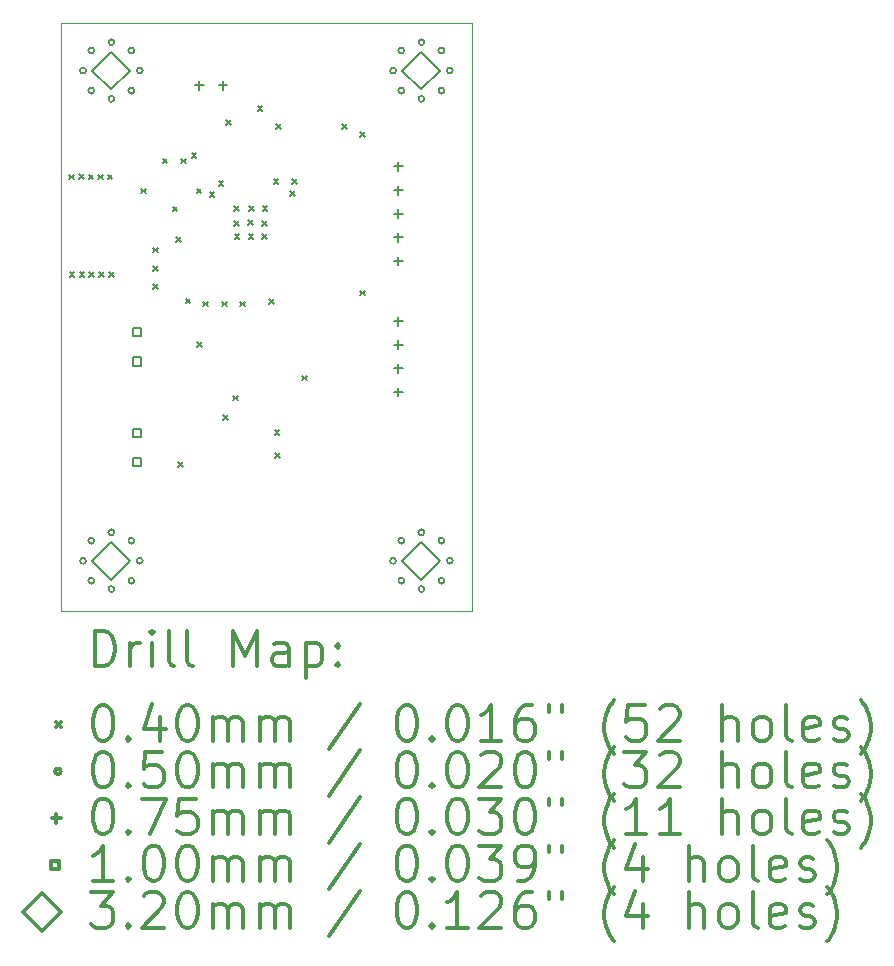
<source format=gbr>
%FSLAX45Y45*%
G04 Gerber Fmt 4.5, Leading zero omitted, Abs format (unit mm)*
G04 Created by KiCad (PCBNEW (5.1.4)-1) date 2022-02-20 14:51:22*
%MOMM*%
%LPD*%
G04 APERTURE LIST*
%ADD10C,0.050000*%
%ADD11C,0.200000*%
%ADD12C,0.300000*%
G04 APERTURE END LIST*
D10*
X14225000Y-12225000D02*
X14225000Y-12975000D01*
X10750000Y-12975000D02*
X10750000Y-12225000D01*
X10750000Y-12975000D02*
X14225000Y-12975000D01*
X14225000Y-8000000D02*
X10750000Y-8000000D01*
X14225000Y-12225000D02*
X14225000Y-8000000D01*
X10750000Y-8075000D02*
X10750000Y-8000000D01*
X10750000Y-10300000D02*
X10750000Y-8075000D01*
X10750000Y-12225000D02*
X10750000Y-10300000D01*
D11*
X10819000Y-9280000D02*
X10859000Y-9320000D01*
X10859000Y-9280000D02*
X10819000Y-9320000D01*
X10823000Y-10106000D02*
X10863000Y-10146000D01*
X10863000Y-10106000D02*
X10823000Y-10146000D01*
X10901000Y-9279000D02*
X10941000Y-9319000D01*
X10941000Y-9279000D02*
X10901000Y-9319000D01*
X10906000Y-10105000D02*
X10946000Y-10145000D01*
X10946000Y-10105000D02*
X10906000Y-10145000D01*
X10982000Y-9280000D02*
X11022000Y-9320000D01*
X11022000Y-9280000D02*
X10982000Y-9320000D01*
X10988000Y-10106000D02*
X11028000Y-10146000D01*
X11028000Y-10106000D02*
X10988000Y-10146000D01*
X11063000Y-9280000D02*
X11103000Y-9320000D01*
X11103000Y-9280000D02*
X11063000Y-9320000D01*
X11071000Y-10105000D02*
X11111000Y-10145000D01*
X11111000Y-10105000D02*
X11071000Y-10145000D01*
X11144000Y-9280000D02*
X11184000Y-9320000D01*
X11184000Y-9280000D02*
X11144000Y-9320000D01*
X11154000Y-10106000D02*
X11194000Y-10146000D01*
X11194000Y-10106000D02*
X11154000Y-10146000D01*
X11429000Y-9400000D02*
X11469000Y-9440000D01*
X11469000Y-9400000D02*
X11429000Y-9440000D01*
X11530000Y-9899000D02*
X11570000Y-9939000D01*
X11570000Y-9899000D02*
X11530000Y-9939000D01*
X11530000Y-10057000D02*
X11570000Y-10097000D01*
X11570000Y-10057000D02*
X11530000Y-10097000D01*
X11530000Y-10211000D02*
X11570000Y-10251000D01*
X11570000Y-10211000D02*
X11530000Y-10251000D01*
X11610000Y-9146000D02*
X11650000Y-9186000D01*
X11650000Y-9146000D02*
X11610000Y-9186000D01*
X11694000Y-9551000D02*
X11734000Y-9591000D01*
X11734000Y-9551000D02*
X11694000Y-9591000D01*
X11723000Y-9809000D02*
X11763000Y-9849000D01*
X11763000Y-9809000D02*
X11723000Y-9849000D01*
X11741000Y-11718000D02*
X11781000Y-11758000D01*
X11781000Y-11718000D02*
X11741000Y-11758000D01*
X11763000Y-9146000D02*
X11803000Y-9186000D01*
X11803000Y-9146000D02*
X11763000Y-9186000D01*
X11803000Y-10332000D02*
X11843000Y-10372000D01*
X11843000Y-10332000D02*
X11803000Y-10372000D01*
X11855366Y-9100070D02*
X11895366Y-9140070D01*
X11895366Y-9100070D02*
X11855366Y-9140070D01*
X11896540Y-9400460D02*
X11936540Y-9440460D01*
X11936540Y-9400460D02*
X11896540Y-9440460D01*
X11904000Y-10701000D02*
X11944000Y-10741000D01*
X11944000Y-10701000D02*
X11904000Y-10741000D01*
X11954000Y-10357000D02*
X11994000Y-10397000D01*
X11994000Y-10357000D02*
X11954000Y-10397000D01*
X12006305Y-9426334D02*
X12046305Y-9466334D01*
X12046305Y-9426334D02*
X12006305Y-9466334D01*
X12084515Y-9334485D02*
X12124515Y-9374485D01*
X12124515Y-9334485D02*
X12084515Y-9374485D01*
X12110000Y-10357000D02*
X12150000Y-10397000D01*
X12150000Y-10357000D02*
X12110000Y-10397000D01*
X12123000Y-11315000D02*
X12163000Y-11355000D01*
X12163000Y-11315000D02*
X12123000Y-11355000D01*
X12144000Y-8819000D02*
X12184000Y-8859000D01*
X12184000Y-8819000D02*
X12144000Y-8859000D01*
X12206000Y-11152000D02*
X12246000Y-11192000D01*
X12246000Y-11152000D02*
X12206000Y-11192000D01*
X12214000Y-9548000D02*
X12254000Y-9588000D01*
X12254000Y-9548000D02*
X12214000Y-9588000D01*
X12216000Y-9674000D02*
X12256000Y-9714000D01*
X12256000Y-9674000D02*
X12216000Y-9714000D01*
X12218000Y-9787000D02*
X12258000Y-9827000D01*
X12258000Y-9787000D02*
X12218000Y-9827000D01*
X12268000Y-10357000D02*
X12308000Y-10397000D01*
X12308000Y-10357000D02*
X12268000Y-10397000D01*
X12334000Y-9669000D02*
X12374000Y-9709000D01*
X12374000Y-9669000D02*
X12334000Y-9709000D01*
X12337000Y-9786000D02*
X12377000Y-9826000D01*
X12377000Y-9786000D02*
X12337000Y-9826000D01*
X12340000Y-9549000D02*
X12380000Y-9589000D01*
X12380000Y-9549000D02*
X12340000Y-9589000D01*
X12414000Y-8700000D02*
X12454000Y-8740000D01*
X12454000Y-8700000D02*
X12414000Y-8740000D01*
X12451000Y-9786000D02*
X12491000Y-9826000D01*
X12491000Y-9786000D02*
X12451000Y-9826000D01*
X12452000Y-9672000D02*
X12492000Y-9712000D01*
X12492000Y-9672000D02*
X12452000Y-9712000D01*
X12455000Y-9546000D02*
X12495000Y-9586000D01*
X12495000Y-9546000D02*
X12455000Y-9586000D01*
X12509000Y-10334000D02*
X12549000Y-10374000D01*
X12549000Y-10334000D02*
X12509000Y-10374000D01*
X12550000Y-9322000D02*
X12590000Y-9362000D01*
X12590000Y-9322000D02*
X12550000Y-9362000D01*
X12558000Y-11447000D02*
X12598000Y-11487000D01*
X12598000Y-11447000D02*
X12558000Y-11487000D01*
X12559000Y-11637000D02*
X12599000Y-11677000D01*
X12599000Y-11637000D02*
X12559000Y-11677000D01*
X12568000Y-8856000D02*
X12608000Y-8896000D01*
X12608000Y-8856000D02*
X12568000Y-8896000D01*
X12687000Y-9421240D02*
X12727000Y-9461240D01*
X12727000Y-9421240D02*
X12687000Y-9461240D01*
X12707000Y-9321000D02*
X12747000Y-9361000D01*
X12747000Y-9321000D02*
X12707000Y-9361000D01*
X12788000Y-10984000D02*
X12828000Y-11024000D01*
X12828000Y-10984000D02*
X12788000Y-11024000D01*
X13131000Y-8856000D02*
X13171000Y-8896000D01*
X13171000Y-8856000D02*
X13131000Y-8896000D01*
X13281000Y-10263000D02*
X13321000Y-10303000D01*
X13321000Y-10263000D02*
X13281000Y-10303000D01*
X13283000Y-8920000D02*
X13323000Y-8960000D01*
X13323000Y-8920000D02*
X13283000Y-8960000D01*
X13585000Y-12550000D02*
G75*
G03X13585000Y-12550000I-25000J0D01*
G01*
X13655294Y-12380294D02*
G75*
G03X13655294Y-12380294I-25000J0D01*
G01*
X13655294Y-12719706D02*
G75*
G03X13655294Y-12719706I-25000J0D01*
G01*
X13825000Y-12310000D02*
G75*
G03X13825000Y-12310000I-25000J0D01*
G01*
X13825000Y-12790000D02*
G75*
G03X13825000Y-12790000I-25000J0D01*
G01*
X13994706Y-12380294D02*
G75*
G03X13994706Y-12380294I-25000J0D01*
G01*
X13994706Y-12719706D02*
G75*
G03X13994706Y-12719706I-25000J0D01*
G01*
X14065000Y-12550000D02*
G75*
G03X14065000Y-12550000I-25000J0D01*
G01*
X10960000Y-8400000D02*
G75*
G03X10960000Y-8400000I-25000J0D01*
G01*
X11030294Y-8230294D02*
G75*
G03X11030294Y-8230294I-25000J0D01*
G01*
X11030294Y-8569706D02*
G75*
G03X11030294Y-8569706I-25000J0D01*
G01*
X11200000Y-8160000D02*
G75*
G03X11200000Y-8160000I-25000J0D01*
G01*
X11200000Y-8640000D02*
G75*
G03X11200000Y-8640000I-25000J0D01*
G01*
X11369706Y-8230294D02*
G75*
G03X11369706Y-8230294I-25000J0D01*
G01*
X11369706Y-8569706D02*
G75*
G03X11369706Y-8569706I-25000J0D01*
G01*
X11440000Y-8400000D02*
G75*
G03X11440000Y-8400000I-25000J0D01*
G01*
X13585000Y-8400000D02*
G75*
G03X13585000Y-8400000I-25000J0D01*
G01*
X13655294Y-8230294D02*
G75*
G03X13655294Y-8230294I-25000J0D01*
G01*
X13655294Y-8569706D02*
G75*
G03X13655294Y-8569706I-25000J0D01*
G01*
X13825000Y-8160000D02*
G75*
G03X13825000Y-8160000I-25000J0D01*
G01*
X13825000Y-8640000D02*
G75*
G03X13825000Y-8640000I-25000J0D01*
G01*
X13994706Y-8230294D02*
G75*
G03X13994706Y-8230294I-25000J0D01*
G01*
X13994706Y-8569706D02*
G75*
G03X13994706Y-8569706I-25000J0D01*
G01*
X14065000Y-8400000D02*
G75*
G03X14065000Y-8400000I-25000J0D01*
G01*
X10960000Y-12550000D02*
G75*
G03X10960000Y-12550000I-25000J0D01*
G01*
X11030294Y-12380294D02*
G75*
G03X11030294Y-12380294I-25000J0D01*
G01*
X11030294Y-12719706D02*
G75*
G03X11030294Y-12719706I-25000J0D01*
G01*
X11200000Y-12310000D02*
G75*
G03X11200000Y-12310000I-25000J0D01*
G01*
X11200000Y-12790000D02*
G75*
G03X11200000Y-12790000I-25000J0D01*
G01*
X11369706Y-12380294D02*
G75*
G03X11369706Y-12380294I-25000J0D01*
G01*
X11369706Y-12719706D02*
G75*
G03X11369706Y-12719706I-25000J0D01*
G01*
X11440000Y-12550000D02*
G75*
G03X11440000Y-12550000I-25000J0D01*
G01*
X13605000Y-9174500D02*
X13605000Y-9249500D01*
X13567500Y-9212000D02*
X13642500Y-9212000D01*
X13605000Y-9374500D02*
X13605000Y-9449500D01*
X13567500Y-9412000D02*
X13642500Y-9412000D01*
X13605000Y-9574500D02*
X13605000Y-9649500D01*
X13567500Y-9612000D02*
X13642500Y-9612000D01*
X13605000Y-9774500D02*
X13605000Y-9849500D01*
X13567500Y-9812000D02*
X13642500Y-9812000D01*
X13605000Y-9974500D02*
X13605000Y-10049500D01*
X13567500Y-10012000D02*
X13642500Y-10012000D01*
X13604000Y-10483500D02*
X13604000Y-10558500D01*
X13566500Y-10521000D02*
X13641500Y-10521000D01*
X13604000Y-10683500D02*
X13604000Y-10758500D01*
X13566500Y-10721000D02*
X13641500Y-10721000D01*
X13604000Y-10883500D02*
X13604000Y-10958500D01*
X13566500Y-10921000D02*
X13641500Y-10921000D01*
X13604000Y-11083500D02*
X13604000Y-11158500D01*
X13566500Y-11121000D02*
X13641500Y-11121000D01*
X11920000Y-8487500D02*
X11920000Y-8562500D01*
X11882500Y-8525000D02*
X11957500Y-8525000D01*
X12120000Y-8487500D02*
X12120000Y-8562500D01*
X12082500Y-8525000D02*
X12157500Y-8525000D01*
X11429356Y-10648356D02*
X11429356Y-10577644D01*
X11358644Y-10577644D01*
X11358644Y-10648356D01*
X11429356Y-10648356D01*
X11429356Y-10898356D02*
X11429356Y-10827644D01*
X11358644Y-10827644D01*
X11358644Y-10898356D01*
X11429356Y-10898356D01*
X11428356Y-11501356D02*
X11428356Y-11430644D01*
X11357644Y-11430644D01*
X11357644Y-11501356D01*
X11428356Y-11501356D01*
X11428356Y-11751356D02*
X11428356Y-11680644D01*
X11357644Y-11680644D01*
X11357644Y-11751356D01*
X11428356Y-11751356D01*
X13800000Y-12710000D02*
X13960000Y-12550000D01*
X13800000Y-12390000D01*
X13640000Y-12550000D01*
X13800000Y-12710000D01*
X11175000Y-8560000D02*
X11335000Y-8400000D01*
X11175000Y-8240000D01*
X11015000Y-8400000D01*
X11175000Y-8560000D01*
X13800000Y-8560000D02*
X13960000Y-8400000D01*
X13800000Y-8240000D01*
X13640000Y-8400000D01*
X13800000Y-8560000D01*
X11175000Y-12710000D02*
X11335000Y-12550000D01*
X11175000Y-12390000D01*
X11015000Y-12550000D01*
X11175000Y-12710000D01*
D12*
X11033928Y-13443214D02*
X11033928Y-13143214D01*
X11105357Y-13143214D01*
X11148214Y-13157500D01*
X11176786Y-13186071D01*
X11191071Y-13214643D01*
X11205357Y-13271786D01*
X11205357Y-13314643D01*
X11191071Y-13371786D01*
X11176786Y-13400357D01*
X11148214Y-13428929D01*
X11105357Y-13443214D01*
X11033928Y-13443214D01*
X11333928Y-13443214D02*
X11333928Y-13243214D01*
X11333928Y-13300357D02*
X11348214Y-13271786D01*
X11362500Y-13257500D01*
X11391071Y-13243214D01*
X11419643Y-13243214D01*
X11519643Y-13443214D02*
X11519643Y-13243214D01*
X11519643Y-13143214D02*
X11505357Y-13157500D01*
X11519643Y-13171786D01*
X11533928Y-13157500D01*
X11519643Y-13143214D01*
X11519643Y-13171786D01*
X11705357Y-13443214D02*
X11676786Y-13428929D01*
X11662500Y-13400357D01*
X11662500Y-13143214D01*
X11862500Y-13443214D02*
X11833928Y-13428929D01*
X11819643Y-13400357D01*
X11819643Y-13143214D01*
X12205357Y-13443214D02*
X12205357Y-13143214D01*
X12305357Y-13357500D01*
X12405357Y-13143214D01*
X12405357Y-13443214D01*
X12676786Y-13443214D02*
X12676786Y-13286071D01*
X12662500Y-13257500D01*
X12633928Y-13243214D01*
X12576786Y-13243214D01*
X12548214Y-13257500D01*
X12676786Y-13428929D02*
X12648214Y-13443214D01*
X12576786Y-13443214D01*
X12548214Y-13428929D01*
X12533928Y-13400357D01*
X12533928Y-13371786D01*
X12548214Y-13343214D01*
X12576786Y-13328929D01*
X12648214Y-13328929D01*
X12676786Y-13314643D01*
X12819643Y-13243214D02*
X12819643Y-13543214D01*
X12819643Y-13257500D02*
X12848214Y-13243214D01*
X12905357Y-13243214D01*
X12933928Y-13257500D01*
X12948214Y-13271786D01*
X12962500Y-13300357D01*
X12962500Y-13386071D01*
X12948214Y-13414643D01*
X12933928Y-13428929D01*
X12905357Y-13443214D01*
X12848214Y-13443214D01*
X12819643Y-13428929D01*
X13091071Y-13414643D02*
X13105357Y-13428929D01*
X13091071Y-13443214D01*
X13076786Y-13428929D01*
X13091071Y-13414643D01*
X13091071Y-13443214D01*
X13091071Y-13257500D02*
X13105357Y-13271786D01*
X13091071Y-13286071D01*
X13076786Y-13271786D01*
X13091071Y-13257500D01*
X13091071Y-13286071D01*
X10707500Y-13917500D02*
X10747500Y-13957500D01*
X10747500Y-13917500D02*
X10707500Y-13957500D01*
X11091071Y-13773214D02*
X11119643Y-13773214D01*
X11148214Y-13787500D01*
X11162500Y-13801786D01*
X11176786Y-13830357D01*
X11191071Y-13887500D01*
X11191071Y-13958929D01*
X11176786Y-14016071D01*
X11162500Y-14044643D01*
X11148214Y-14058929D01*
X11119643Y-14073214D01*
X11091071Y-14073214D01*
X11062500Y-14058929D01*
X11048214Y-14044643D01*
X11033928Y-14016071D01*
X11019643Y-13958929D01*
X11019643Y-13887500D01*
X11033928Y-13830357D01*
X11048214Y-13801786D01*
X11062500Y-13787500D01*
X11091071Y-13773214D01*
X11319643Y-14044643D02*
X11333928Y-14058929D01*
X11319643Y-14073214D01*
X11305357Y-14058929D01*
X11319643Y-14044643D01*
X11319643Y-14073214D01*
X11591071Y-13873214D02*
X11591071Y-14073214D01*
X11519643Y-13758929D02*
X11448214Y-13973214D01*
X11633928Y-13973214D01*
X11805357Y-13773214D02*
X11833928Y-13773214D01*
X11862500Y-13787500D01*
X11876786Y-13801786D01*
X11891071Y-13830357D01*
X11905357Y-13887500D01*
X11905357Y-13958929D01*
X11891071Y-14016071D01*
X11876786Y-14044643D01*
X11862500Y-14058929D01*
X11833928Y-14073214D01*
X11805357Y-14073214D01*
X11776786Y-14058929D01*
X11762500Y-14044643D01*
X11748214Y-14016071D01*
X11733928Y-13958929D01*
X11733928Y-13887500D01*
X11748214Y-13830357D01*
X11762500Y-13801786D01*
X11776786Y-13787500D01*
X11805357Y-13773214D01*
X12033928Y-14073214D02*
X12033928Y-13873214D01*
X12033928Y-13901786D02*
X12048214Y-13887500D01*
X12076786Y-13873214D01*
X12119643Y-13873214D01*
X12148214Y-13887500D01*
X12162500Y-13916071D01*
X12162500Y-14073214D01*
X12162500Y-13916071D02*
X12176786Y-13887500D01*
X12205357Y-13873214D01*
X12248214Y-13873214D01*
X12276786Y-13887500D01*
X12291071Y-13916071D01*
X12291071Y-14073214D01*
X12433928Y-14073214D02*
X12433928Y-13873214D01*
X12433928Y-13901786D02*
X12448214Y-13887500D01*
X12476786Y-13873214D01*
X12519643Y-13873214D01*
X12548214Y-13887500D01*
X12562500Y-13916071D01*
X12562500Y-14073214D01*
X12562500Y-13916071D02*
X12576786Y-13887500D01*
X12605357Y-13873214D01*
X12648214Y-13873214D01*
X12676786Y-13887500D01*
X12691071Y-13916071D01*
X12691071Y-14073214D01*
X13276786Y-13758929D02*
X13019643Y-14144643D01*
X13662500Y-13773214D02*
X13691071Y-13773214D01*
X13719643Y-13787500D01*
X13733928Y-13801786D01*
X13748214Y-13830357D01*
X13762500Y-13887500D01*
X13762500Y-13958929D01*
X13748214Y-14016071D01*
X13733928Y-14044643D01*
X13719643Y-14058929D01*
X13691071Y-14073214D01*
X13662500Y-14073214D01*
X13633928Y-14058929D01*
X13619643Y-14044643D01*
X13605357Y-14016071D01*
X13591071Y-13958929D01*
X13591071Y-13887500D01*
X13605357Y-13830357D01*
X13619643Y-13801786D01*
X13633928Y-13787500D01*
X13662500Y-13773214D01*
X13891071Y-14044643D02*
X13905357Y-14058929D01*
X13891071Y-14073214D01*
X13876786Y-14058929D01*
X13891071Y-14044643D01*
X13891071Y-14073214D01*
X14091071Y-13773214D02*
X14119643Y-13773214D01*
X14148214Y-13787500D01*
X14162500Y-13801786D01*
X14176786Y-13830357D01*
X14191071Y-13887500D01*
X14191071Y-13958929D01*
X14176786Y-14016071D01*
X14162500Y-14044643D01*
X14148214Y-14058929D01*
X14119643Y-14073214D01*
X14091071Y-14073214D01*
X14062500Y-14058929D01*
X14048214Y-14044643D01*
X14033928Y-14016071D01*
X14019643Y-13958929D01*
X14019643Y-13887500D01*
X14033928Y-13830357D01*
X14048214Y-13801786D01*
X14062500Y-13787500D01*
X14091071Y-13773214D01*
X14476786Y-14073214D02*
X14305357Y-14073214D01*
X14391071Y-14073214D02*
X14391071Y-13773214D01*
X14362500Y-13816071D01*
X14333928Y-13844643D01*
X14305357Y-13858929D01*
X14733928Y-13773214D02*
X14676786Y-13773214D01*
X14648214Y-13787500D01*
X14633928Y-13801786D01*
X14605357Y-13844643D01*
X14591071Y-13901786D01*
X14591071Y-14016071D01*
X14605357Y-14044643D01*
X14619643Y-14058929D01*
X14648214Y-14073214D01*
X14705357Y-14073214D01*
X14733928Y-14058929D01*
X14748214Y-14044643D01*
X14762500Y-14016071D01*
X14762500Y-13944643D01*
X14748214Y-13916071D01*
X14733928Y-13901786D01*
X14705357Y-13887500D01*
X14648214Y-13887500D01*
X14619643Y-13901786D01*
X14605357Y-13916071D01*
X14591071Y-13944643D01*
X14876786Y-13773214D02*
X14876786Y-13830357D01*
X14991071Y-13773214D02*
X14991071Y-13830357D01*
X15433928Y-14187500D02*
X15419643Y-14173214D01*
X15391071Y-14130357D01*
X15376786Y-14101786D01*
X15362500Y-14058929D01*
X15348214Y-13987500D01*
X15348214Y-13930357D01*
X15362500Y-13858929D01*
X15376786Y-13816071D01*
X15391071Y-13787500D01*
X15419643Y-13744643D01*
X15433928Y-13730357D01*
X15691071Y-13773214D02*
X15548214Y-13773214D01*
X15533928Y-13916071D01*
X15548214Y-13901786D01*
X15576786Y-13887500D01*
X15648214Y-13887500D01*
X15676786Y-13901786D01*
X15691071Y-13916071D01*
X15705357Y-13944643D01*
X15705357Y-14016071D01*
X15691071Y-14044643D01*
X15676786Y-14058929D01*
X15648214Y-14073214D01*
X15576786Y-14073214D01*
X15548214Y-14058929D01*
X15533928Y-14044643D01*
X15819643Y-13801786D02*
X15833928Y-13787500D01*
X15862500Y-13773214D01*
X15933928Y-13773214D01*
X15962500Y-13787500D01*
X15976786Y-13801786D01*
X15991071Y-13830357D01*
X15991071Y-13858929D01*
X15976786Y-13901786D01*
X15805357Y-14073214D01*
X15991071Y-14073214D01*
X16348214Y-14073214D02*
X16348214Y-13773214D01*
X16476786Y-14073214D02*
X16476786Y-13916071D01*
X16462500Y-13887500D01*
X16433928Y-13873214D01*
X16391071Y-13873214D01*
X16362500Y-13887500D01*
X16348214Y-13901786D01*
X16662500Y-14073214D02*
X16633928Y-14058929D01*
X16619643Y-14044643D01*
X16605357Y-14016071D01*
X16605357Y-13930357D01*
X16619643Y-13901786D01*
X16633928Y-13887500D01*
X16662500Y-13873214D01*
X16705357Y-13873214D01*
X16733928Y-13887500D01*
X16748214Y-13901786D01*
X16762500Y-13930357D01*
X16762500Y-14016071D01*
X16748214Y-14044643D01*
X16733928Y-14058929D01*
X16705357Y-14073214D01*
X16662500Y-14073214D01*
X16933928Y-14073214D02*
X16905357Y-14058929D01*
X16891071Y-14030357D01*
X16891071Y-13773214D01*
X17162500Y-14058929D02*
X17133928Y-14073214D01*
X17076786Y-14073214D01*
X17048214Y-14058929D01*
X17033928Y-14030357D01*
X17033928Y-13916071D01*
X17048214Y-13887500D01*
X17076786Y-13873214D01*
X17133928Y-13873214D01*
X17162500Y-13887500D01*
X17176786Y-13916071D01*
X17176786Y-13944643D01*
X17033928Y-13973214D01*
X17291071Y-14058929D02*
X17319643Y-14073214D01*
X17376786Y-14073214D01*
X17405357Y-14058929D01*
X17419643Y-14030357D01*
X17419643Y-14016071D01*
X17405357Y-13987500D01*
X17376786Y-13973214D01*
X17333928Y-13973214D01*
X17305357Y-13958929D01*
X17291071Y-13930357D01*
X17291071Y-13916071D01*
X17305357Y-13887500D01*
X17333928Y-13873214D01*
X17376786Y-13873214D01*
X17405357Y-13887500D01*
X17519643Y-14187500D02*
X17533928Y-14173214D01*
X17562500Y-14130357D01*
X17576786Y-14101786D01*
X17591071Y-14058929D01*
X17605357Y-13987500D01*
X17605357Y-13930357D01*
X17591071Y-13858929D01*
X17576786Y-13816071D01*
X17562500Y-13787500D01*
X17533928Y-13744643D01*
X17519643Y-13730357D01*
X10747500Y-14333500D02*
G75*
G03X10747500Y-14333500I-25000J0D01*
G01*
X11091071Y-14169214D02*
X11119643Y-14169214D01*
X11148214Y-14183500D01*
X11162500Y-14197786D01*
X11176786Y-14226357D01*
X11191071Y-14283500D01*
X11191071Y-14354929D01*
X11176786Y-14412071D01*
X11162500Y-14440643D01*
X11148214Y-14454929D01*
X11119643Y-14469214D01*
X11091071Y-14469214D01*
X11062500Y-14454929D01*
X11048214Y-14440643D01*
X11033928Y-14412071D01*
X11019643Y-14354929D01*
X11019643Y-14283500D01*
X11033928Y-14226357D01*
X11048214Y-14197786D01*
X11062500Y-14183500D01*
X11091071Y-14169214D01*
X11319643Y-14440643D02*
X11333928Y-14454929D01*
X11319643Y-14469214D01*
X11305357Y-14454929D01*
X11319643Y-14440643D01*
X11319643Y-14469214D01*
X11605357Y-14169214D02*
X11462500Y-14169214D01*
X11448214Y-14312071D01*
X11462500Y-14297786D01*
X11491071Y-14283500D01*
X11562500Y-14283500D01*
X11591071Y-14297786D01*
X11605357Y-14312071D01*
X11619643Y-14340643D01*
X11619643Y-14412071D01*
X11605357Y-14440643D01*
X11591071Y-14454929D01*
X11562500Y-14469214D01*
X11491071Y-14469214D01*
X11462500Y-14454929D01*
X11448214Y-14440643D01*
X11805357Y-14169214D02*
X11833928Y-14169214D01*
X11862500Y-14183500D01*
X11876786Y-14197786D01*
X11891071Y-14226357D01*
X11905357Y-14283500D01*
X11905357Y-14354929D01*
X11891071Y-14412071D01*
X11876786Y-14440643D01*
X11862500Y-14454929D01*
X11833928Y-14469214D01*
X11805357Y-14469214D01*
X11776786Y-14454929D01*
X11762500Y-14440643D01*
X11748214Y-14412071D01*
X11733928Y-14354929D01*
X11733928Y-14283500D01*
X11748214Y-14226357D01*
X11762500Y-14197786D01*
X11776786Y-14183500D01*
X11805357Y-14169214D01*
X12033928Y-14469214D02*
X12033928Y-14269214D01*
X12033928Y-14297786D02*
X12048214Y-14283500D01*
X12076786Y-14269214D01*
X12119643Y-14269214D01*
X12148214Y-14283500D01*
X12162500Y-14312071D01*
X12162500Y-14469214D01*
X12162500Y-14312071D02*
X12176786Y-14283500D01*
X12205357Y-14269214D01*
X12248214Y-14269214D01*
X12276786Y-14283500D01*
X12291071Y-14312071D01*
X12291071Y-14469214D01*
X12433928Y-14469214D02*
X12433928Y-14269214D01*
X12433928Y-14297786D02*
X12448214Y-14283500D01*
X12476786Y-14269214D01*
X12519643Y-14269214D01*
X12548214Y-14283500D01*
X12562500Y-14312071D01*
X12562500Y-14469214D01*
X12562500Y-14312071D02*
X12576786Y-14283500D01*
X12605357Y-14269214D01*
X12648214Y-14269214D01*
X12676786Y-14283500D01*
X12691071Y-14312071D01*
X12691071Y-14469214D01*
X13276786Y-14154929D02*
X13019643Y-14540643D01*
X13662500Y-14169214D02*
X13691071Y-14169214D01*
X13719643Y-14183500D01*
X13733928Y-14197786D01*
X13748214Y-14226357D01*
X13762500Y-14283500D01*
X13762500Y-14354929D01*
X13748214Y-14412071D01*
X13733928Y-14440643D01*
X13719643Y-14454929D01*
X13691071Y-14469214D01*
X13662500Y-14469214D01*
X13633928Y-14454929D01*
X13619643Y-14440643D01*
X13605357Y-14412071D01*
X13591071Y-14354929D01*
X13591071Y-14283500D01*
X13605357Y-14226357D01*
X13619643Y-14197786D01*
X13633928Y-14183500D01*
X13662500Y-14169214D01*
X13891071Y-14440643D02*
X13905357Y-14454929D01*
X13891071Y-14469214D01*
X13876786Y-14454929D01*
X13891071Y-14440643D01*
X13891071Y-14469214D01*
X14091071Y-14169214D02*
X14119643Y-14169214D01*
X14148214Y-14183500D01*
X14162500Y-14197786D01*
X14176786Y-14226357D01*
X14191071Y-14283500D01*
X14191071Y-14354929D01*
X14176786Y-14412071D01*
X14162500Y-14440643D01*
X14148214Y-14454929D01*
X14119643Y-14469214D01*
X14091071Y-14469214D01*
X14062500Y-14454929D01*
X14048214Y-14440643D01*
X14033928Y-14412071D01*
X14019643Y-14354929D01*
X14019643Y-14283500D01*
X14033928Y-14226357D01*
X14048214Y-14197786D01*
X14062500Y-14183500D01*
X14091071Y-14169214D01*
X14305357Y-14197786D02*
X14319643Y-14183500D01*
X14348214Y-14169214D01*
X14419643Y-14169214D01*
X14448214Y-14183500D01*
X14462500Y-14197786D01*
X14476786Y-14226357D01*
X14476786Y-14254929D01*
X14462500Y-14297786D01*
X14291071Y-14469214D01*
X14476786Y-14469214D01*
X14662500Y-14169214D02*
X14691071Y-14169214D01*
X14719643Y-14183500D01*
X14733928Y-14197786D01*
X14748214Y-14226357D01*
X14762500Y-14283500D01*
X14762500Y-14354929D01*
X14748214Y-14412071D01*
X14733928Y-14440643D01*
X14719643Y-14454929D01*
X14691071Y-14469214D01*
X14662500Y-14469214D01*
X14633928Y-14454929D01*
X14619643Y-14440643D01*
X14605357Y-14412071D01*
X14591071Y-14354929D01*
X14591071Y-14283500D01*
X14605357Y-14226357D01*
X14619643Y-14197786D01*
X14633928Y-14183500D01*
X14662500Y-14169214D01*
X14876786Y-14169214D02*
X14876786Y-14226357D01*
X14991071Y-14169214D02*
X14991071Y-14226357D01*
X15433928Y-14583500D02*
X15419643Y-14569214D01*
X15391071Y-14526357D01*
X15376786Y-14497786D01*
X15362500Y-14454929D01*
X15348214Y-14383500D01*
X15348214Y-14326357D01*
X15362500Y-14254929D01*
X15376786Y-14212071D01*
X15391071Y-14183500D01*
X15419643Y-14140643D01*
X15433928Y-14126357D01*
X15519643Y-14169214D02*
X15705357Y-14169214D01*
X15605357Y-14283500D01*
X15648214Y-14283500D01*
X15676786Y-14297786D01*
X15691071Y-14312071D01*
X15705357Y-14340643D01*
X15705357Y-14412071D01*
X15691071Y-14440643D01*
X15676786Y-14454929D01*
X15648214Y-14469214D01*
X15562500Y-14469214D01*
X15533928Y-14454929D01*
X15519643Y-14440643D01*
X15819643Y-14197786D02*
X15833928Y-14183500D01*
X15862500Y-14169214D01*
X15933928Y-14169214D01*
X15962500Y-14183500D01*
X15976786Y-14197786D01*
X15991071Y-14226357D01*
X15991071Y-14254929D01*
X15976786Y-14297786D01*
X15805357Y-14469214D01*
X15991071Y-14469214D01*
X16348214Y-14469214D02*
X16348214Y-14169214D01*
X16476786Y-14469214D02*
X16476786Y-14312071D01*
X16462500Y-14283500D01*
X16433928Y-14269214D01*
X16391071Y-14269214D01*
X16362500Y-14283500D01*
X16348214Y-14297786D01*
X16662500Y-14469214D02*
X16633928Y-14454929D01*
X16619643Y-14440643D01*
X16605357Y-14412071D01*
X16605357Y-14326357D01*
X16619643Y-14297786D01*
X16633928Y-14283500D01*
X16662500Y-14269214D01*
X16705357Y-14269214D01*
X16733928Y-14283500D01*
X16748214Y-14297786D01*
X16762500Y-14326357D01*
X16762500Y-14412071D01*
X16748214Y-14440643D01*
X16733928Y-14454929D01*
X16705357Y-14469214D01*
X16662500Y-14469214D01*
X16933928Y-14469214D02*
X16905357Y-14454929D01*
X16891071Y-14426357D01*
X16891071Y-14169214D01*
X17162500Y-14454929D02*
X17133928Y-14469214D01*
X17076786Y-14469214D01*
X17048214Y-14454929D01*
X17033928Y-14426357D01*
X17033928Y-14312071D01*
X17048214Y-14283500D01*
X17076786Y-14269214D01*
X17133928Y-14269214D01*
X17162500Y-14283500D01*
X17176786Y-14312071D01*
X17176786Y-14340643D01*
X17033928Y-14369214D01*
X17291071Y-14454929D02*
X17319643Y-14469214D01*
X17376786Y-14469214D01*
X17405357Y-14454929D01*
X17419643Y-14426357D01*
X17419643Y-14412071D01*
X17405357Y-14383500D01*
X17376786Y-14369214D01*
X17333928Y-14369214D01*
X17305357Y-14354929D01*
X17291071Y-14326357D01*
X17291071Y-14312071D01*
X17305357Y-14283500D01*
X17333928Y-14269214D01*
X17376786Y-14269214D01*
X17405357Y-14283500D01*
X17519643Y-14583500D02*
X17533928Y-14569214D01*
X17562500Y-14526357D01*
X17576786Y-14497786D01*
X17591071Y-14454929D01*
X17605357Y-14383500D01*
X17605357Y-14326357D01*
X17591071Y-14254929D01*
X17576786Y-14212071D01*
X17562500Y-14183500D01*
X17533928Y-14140643D01*
X17519643Y-14126357D01*
X10710000Y-14692000D02*
X10710000Y-14767000D01*
X10672500Y-14729500D02*
X10747500Y-14729500D01*
X11091071Y-14565214D02*
X11119643Y-14565214D01*
X11148214Y-14579500D01*
X11162500Y-14593786D01*
X11176786Y-14622357D01*
X11191071Y-14679500D01*
X11191071Y-14750929D01*
X11176786Y-14808071D01*
X11162500Y-14836643D01*
X11148214Y-14850929D01*
X11119643Y-14865214D01*
X11091071Y-14865214D01*
X11062500Y-14850929D01*
X11048214Y-14836643D01*
X11033928Y-14808071D01*
X11019643Y-14750929D01*
X11019643Y-14679500D01*
X11033928Y-14622357D01*
X11048214Y-14593786D01*
X11062500Y-14579500D01*
X11091071Y-14565214D01*
X11319643Y-14836643D02*
X11333928Y-14850929D01*
X11319643Y-14865214D01*
X11305357Y-14850929D01*
X11319643Y-14836643D01*
X11319643Y-14865214D01*
X11433928Y-14565214D02*
X11633928Y-14565214D01*
X11505357Y-14865214D01*
X11891071Y-14565214D02*
X11748214Y-14565214D01*
X11733928Y-14708071D01*
X11748214Y-14693786D01*
X11776786Y-14679500D01*
X11848214Y-14679500D01*
X11876786Y-14693786D01*
X11891071Y-14708071D01*
X11905357Y-14736643D01*
X11905357Y-14808071D01*
X11891071Y-14836643D01*
X11876786Y-14850929D01*
X11848214Y-14865214D01*
X11776786Y-14865214D01*
X11748214Y-14850929D01*
X11733928Y-14836643D01*
X12033928Y-14865214D02*
X12033928Y-14665214D01*
X12033928Y-14693786D02*
X12048214Y-14679500D01*
X12076786Y-14665214D01*
X12119643Y-14665214D01*
X12148214Y-14679500D01*
X12162500Y-14708071D01*
X12162500Y-14865214D01*
X12162500Y-14708071D02*
X12176786Y-14679500D01*
X12205357Y-14665214D01*
X12248214Y-14665214D01*
X12276786Y-14679500D01*
X12291071Y-14708071D01*
X12291071Y-14865214D01*
X12433928Y-14865214D02*
X12433928Y-14665214D01*
X12433928Y-14693786D02*
X12448214Y-14679500D01*
X12476786Y-14665214D01*
X12519643Y-14665214D01*
X12548214Y-14679500D01*
X12562500Y-14708071D01*
X12562500Y-14865214D01*
X12562500Y-14708071D02*
X12576786Y-14679500D01*
X12605357Y-14665214D01*
X12648214Y-14665214D01*
X12676786Y-14679500D01*
X12691071Y-14708071D01*
X12691071Y-14865214D01*
X13276786Y-14550929D02*
X13019643Y-14936643D01*
X13662500Y-14565214D02*
X13691071Y-14565214D01*
X13719643Y-14579500D01*
X13733928Y-14593786D01*
X13748214Y-14622357D01*
X13762500Y-14679500D01*
X13762500Y-14750929D01*
X13748214Y-14808071D01*
X13733928Y-14836643D01*
X13719643Y-14850929D01*
X13691071Y-14865214D01*
X13662500Y-14865214D01*
X13633928Y-14850929D01*
X13619643Y-14836643D01*
X13605357Y-14808071D01*
X13591071Y-14750929D01*
X13591071Y-14679500D01*
X13605357Y-14622357D01*
X13619643Y-14593786D01*
X13633928Y-14579500D01*
X13662500Y-14565214D01*
X13891071Y-14836643D02*
X13905357Y-14850929D01*
X13891071Y-14865214D01*
X13876786Y-14850929D01*
X13891071Y-14836643D01*
X13891071Y-14865214D01*
X14091071Y-14565214D02*
X14119643Y-14565214D01*
X14148214Y-14579500D01*
X14162500Y-14593786D01*
X14176786Y-14622357D01*
X14191071Y-14679500D01*
X14191071Y-14750929D01*
X14176786Y-14808071D01*
X14162500Y-14836643D01*
X14148214Y-14850929D01*
X14119643Y-14865214D01*
X14091071Y-14865214D01*
X14062500Y-14850929D01*
X14048214Y-14836643D01*
X14033928Y-14808071D01*
X14019643Y-14750929D01*
X14019643Y-14679500D01*
X14033928Y-14622357D01*
X14048214Y-14593786D01*
X14062500Y-14579500D01*
X14091071Y-14565214D01*
X14291071Y-14565214D02*
X14476786Y-14565214D01*
X14376786Y-14679500D01*
X14419643Y-14679500D01*
X14448214Y-14693786D01*
X14462500Y-14708071D01*
X14476786Y-14736643D01*
X14476786Y-14808071D01*
X14462500Y-14836643D01*
X14448214Y-14850929D01*
X14419643Y-14865214D01*
X14333928Y-14865214D01*
X14305357Y-14850929D01*
X14291071Y-14836643D01*
X14662500Y-14565214D02*
X14691071Y-14565214D01*
X14719643Y-14579500D01*
X14733928Y-14593786D01*
X14748214Y-14622357D01*
X14762500Y-14679500D01*
X14762500Y-14750929D01*
X14748214Y-14808071D01*
X14733928Y-14836643D01*
X14719643Y-14850929D01*
X14691071Y-14865214D01*
X14662500Y-14865214D01*
X14633928Y-14850929D01*
X14619643Y-14836643D01*
X14605357Y-14808071D01*
X14591071Y-14750929D01*
X14591071Y-14679500D01*
X14605357Y-14622357D01*
X14619643Y-14593786D01*
X14633928Y-14579500D01*
X14662500Y-14565214D01*
X14876786Y-14565214D02*
X14876786Y-14622357D01*
X14991071Y-14565214D02*
X14991071Y-14622357D01*
X15433928Y-14979500D02*
X15419643Y-14965214D01*
X15391071Y-14922357D01*
X15376786Y-14893786D01*
X15362500Y-14850929D01*
X15348214Y-14779500D01*
X15348214Y-14722357D01*
X15362500Y-14650929D01*
X15376786Y-14608071D01*
X15391071Y-14579500D01*
X15419643Y-14536643D01*
X15433928Y-14522357D01*
X15705357Y-14865214D02*
X15533928Y-14865214D01*
X15619643Y-14865214D02*
X15619643Y-14565214D01*
X15591071Y-14608071D01*
X15562500Y-14636643D01*
X15533928Y-14650929D01*
X15991071Y-14865214D02*
X15819643Y-14865214D01*
X15905357Y-14865214D02*
X15905357Y-14565214D01*
X15876786Y-14608071D01*
X15848214Y-14636643D01*
X15819643Y-14650929D01*
X16348214Y-14865214D02*
X16348214Y-14565214D01*
X16476786Y-14865214D02*
X16476786Y-14708071D01*
X16462500Y-14679500D01*
X16433928Y-14665214D01*
X16391071Y-14665214D01*
X16362500Y-14679500D01*
X16348214Y-14693786D01*
X16662500Y-14865214D02*
X16633928Y-14850929D01*
X16619643Y-14836643D01*
X16605357Y-14808071D01*
X16605357Y-14722357D01*
X16619643Y-14693786D01*
X16633928Y-14679500D01*
X16662500Y-14665214D01*
X16705357Y-14665214D01*
X16733928Y-14679500D01*
X16748214Y-14693786D01*
X16762500Y-14722357D01*
X16762500Y-14808071D01*
X16748214Y-14836643D01*
X16733928Y-14850929D01*
X16705357Y-14865214D01*
X16662500Y-14865214D01*
X16933928Y-14865214D02*
X16905357Y-14850929D01*
X16891071Y-14822357D01*
X16891071Y-14565214D01*
X17162500Y-14850929D02*
X17133928Y-14865214D01*
X17076786Y-14865214D01*
X17048214Y-14850929D01*
X17033928Y-14822357D01*
X17033928Y-14708071D01*
X17048214Y-14679500D01*
X17076786Y-14665214D01*
X17133928Y-14665214D01*
X17162500Y-14679500D01*
X17176786Y-14708071D01*
X17176786Y-14736643D01*
X17033928Y-14765214D01*
X17291071Y-14850929D02*
X17319643Y-14865214D01*
X17376786Y-14865214D01*
X17405357Y-14850929D01*
X17419643Y-14822357D01*
X17419643Y-14808071D01*
X17405357Y-14779500D01*
X17376786Y-14765214D01*
X17333928Y-14765214D01*
X17305357Y-14750929D01*
X17291071Y-14722357D01*
X17291071Y-14708071D01*
X17305357Y-14679500D01*
X17333928Y-14665214D01*
X17376786Y-14665214D01*
X17405357Y-14679500D01*
X17519643Y-14979500D02*
X17533928Y-14965214D01*
X17562500Y-14922357D01*
X17576786Y-14893786D01*
X17591071Y-14850929D01*
X17605357Y-14779500D01*
X17605357Y-14722357D01*
X17591071Y-14650929D01*
X17576786Y-14608071D01*
X17562500Y-14579500D01*
X17533928Y-14536643D01*
X17519643Y-14522357D01*
X10732856Y-15160856D02*
X10732856Y-15090144D01*
X10662144Y-15090144D01*
X10662144Y-15160856D01*
X10732856Y-15160856D01*
X11191071Y-15261214D02*
X11019643Y-15261214D01*
X11105357Y-15261214D02*
X11105357Y-14961214D01*
X11076786Y-15004071D01*
X11048214Y-15032643D01*
X11019643Y-15046929D01*
X11319643Y-15232643D02*
X11333928Y-15246929D01*
X11319643Y-15261214D01*
X11305357Y-15246929D01*
X11319643Y-15232643D01*
X11319643Y-15261214D01*
X11519643Y-14961214D02*
X11548214Y-14961214D01*
X11576786Y-14975500D01*
X11591071Y-14989786D01*
X11605357Y-15018357D01*
X11619643Y-15075500D01*
X11619643Y-15146929D01*
X11605357Y-15204071D01*
X11591071Y-15232643D01*
X11576786Y-15246929D01*
X11548214Y-15261214D01*
X11519643Y-15261214D01*
X11491071Y-15246929D01*
X11476786Y-15232643D01*
X11462500Y-15204071D01*
X11448214Y-15146929D01*
X11448214Y-15075500D01*
X11462500Y-15018357D01*
X11476786Y-14989786D01*
X11491071Y-14975500D01*
X11519643Y-14961214D01*
X11805357Y-14961214D02*
X11833928Y-14961214D01*
X11862500Y-14975500D01*
X11876786Y-14989786D01*
X11891071Y-15018357D01*
X11905357Y-15075500D01*
X11905357Y-15146929D01*
X11891071Y-15204071D01*
X11876786Y-15232643D01*
X11862500Y-15246929D01*
X11833928Y-15261214D01*
X11805357Y-15261214D01*
X11776786Y-15246929D01*
X11762500Y-15232643D01*
X11748214Y-15204071D01*
X11733928Y-15146929D01*
X11733928Y-15075500D01*
X11748214Y-15018357D01*
X11762500Y-14989786D01*
X11776786Y-14975500D01*
X11805357Y-14961214D01*
X12033928Y-15261214D02*
X12033928Y-15061214D01*
X12033928Y-15089786D02*
X12048214Y-15075500D01*
X12076786Y-15061214D01*
X12119643Y-15061214D01*
X12148214Y-15075500D01*
X12162500Y-15104071D01*
X12162500Y-15261214D01*
X12162500Y-15104071D02*
X12176786Y-15075500D01*
X12205357Y-15061214D01*
X12248214Y-15061214D01*
X12276786Y-15075500D01*
X12291071Y-15104071D01*
X12291071Y-15261214D01*
X12433928Y-15261214D02*
X12433928Y-15061214D01*
X12433928Y-15089786D02*
X12448214Y-15075500D01*
X12476786Y-15061214D01*
X12519643Y-15061214D01*
X12548214Y-15075500D01*
X12562500Y-15104071D01*
X12562500Y-15261214D01*
X12562500Y-15104071D02*
X12576786Y-15075500D01*
X12605357Y-15061214D01*
X12648214Y-15061214D01*
X12676786Y-15075500D01*
X12691071Y-15104071D01*
X12691071Y-15261214D01*
X13276786Y-14946929D02*
X13019643Y-15332643D01*
X13662500Y-14961214D02*
X13691071Y-14961214D01*
X13719643Y-14975500D01*
X13733928Y-14989786D01*
X13748214Y-15018357D01*
X13762500Y-15075500D01*
X13762500Y-15146929D01*
X13748214Y-15204071D01*
X13733928Y-15232643D01*
X13719643Y-15246929D01*
X13691071Y-15261214D01*
X13662500Y-15261214D01*
X13633928Y-15246929D01*
X13619643Y-15232643D01*
X13605357Y-15204071D01*
X13591071Y-15146929D01*
X13591071Y-15075500D01*
X13605357Y-15018357D01*
X13619643Y-14989786D01*
X13633928Y-14975500D01*
X13662500Y-14961214D01*
X13891071Y-15232643D02*
X13905357Y-15246929D01*
X13891071Y-15261214D01*
X13876786Y-15246929D01*
X13891071Y-15232643D01*
X13891071Y-15261214D01*
X14091071Y-14961214D02*
X14119643Y-14961214D01*
X14148214Y-14975500D01*
X14162500Y-14989786D01*
X14176786Y-15018357D01*
X14191071Y-15075500D01*
X14191071Y-15146929D01*
X14176786Y-15204071D01*
X14162500Y-15232643D01*
X14148214Y-15246929D01*
X14119643Y-15261214D01*
X14091071Y-15261214D01*
X14062500Y-15246929D01*
X14048214Y-15232643D01*
X14033928Y-15204071D01*
X14019643Y-15146929D01*
X14019643Y-15075500D01*
X14033928Y-15018357D01*
X14048214Y-14989786D01*
X14062500Y-14975500D01*
X14091071Y-14961214D01*
X14291071Y-14961214D02*
X14476786Y-14961214D01*
X14376786Y-15075500D01*
X14419643Y-15075500D01*
X14448214Y-15089786D01*
X14462500Y-15104071D01*
X14476786Y-15132643D01*
X14476786Y-15204071D01*
X14462500Y-15232643D01*
X14448214Y-15246929D01*
X14419643Y-15261214D01*
X14333928Y-15261214D01*
X14305357Y-15246929D01*
X14291071Y-15232643D01*
X14619643Y-15261214D02*
X14676786Y-15261214D01*
X14705357Y-15246929D01*
X14719643Y-15232643D01*
X14748214Y-15189786D01*
X14762500Y-15132643D01*
X14762500Y-15018357D01*
X14748214Y-14989786D01*
X14733928Y-14975500D01*
X14705357Y-14961214D01*
X14648214Y-14961214D01*
X14619643Y-14975500D01*
X14605357Y-14989786D01*
X14591071Y-15018357D01*
X14591071Y-15089786D01*
X14605357Y-15118357D01*
X14619643Y-15132643D01*
X14648214Y-15146929D01*
X14705357Y-15146929D01*
X14733928Y-15132643D01*
X14748214Y-15118357D01*
X14762500Y-15089786D01*
X14876786Y-14961214D02*
X14876786Y-15018357D01*
X14991071Y-14961214D02*
X14991071Y-15018357D01*
X15433928Y-15375500D02*
X15419643Y-15361214D01*
X15391071Y-15318357D01*
X15376786Y-15289786D01*
X15362500Y-15246929D01*
X15348214Y-15175500D01*
X15348214Y-15118357D01*
X15362500Y-15046929D01*
X15376786Y-15004071D01*
X15391071Y-14975500D01*
X15419643Y-14932643D01*
X15433928Y-14918357D01*
X15676786Y-15061214D02*
X15676786Y-15261214D01*
X15605357Y-14946929D02*
X15533928Y-15161214D01*
X15719643Y-15161214D01*
X16062500Y-15261214D02*
X16062500Y-14961214D01*
X16191071Y-15261214D02*
X16191071Y-15104071D01*
X16176786Y-15075500D01*
X16148214Y-15061214D01*
X16105357Y-15061214D01*
X16076786Y-15075500D01*
X16062500Y-15089786D01*
X16376786Y-15261214D02*
X16348214Y-15246929D01*
X16333928Y-15232643D01*
X16319643Y-15204071D01*
X16319643Y-15118357D01*
X16333928Y-15089786D01*
X16348214Y-15075500D01*
X16376786Y-15061214D01*
X16419643Y-15061214D01*
X16448214Y-15075500D01*
X16462500Y-15089786D01*
X16476786Y-15118357D01*
X16476786Y-15204071D01*
X16462500Y-15232643D01*
X16448214Y-15246929D01*
X16419643Y-15261214D01*
X16376786Y-15261214D01*
X16648214Y-15261214D02*
X16619643Y-15246929D01*
X16605357Y-15218357D01*
X16605357Y-14961214D01*
X16876786Y-15246929D02*
X16848214Y-15261214D01*
X16791071Y-15261214D01*
X16762500Y-15246929D01*
X16748214Y-15218357D01*
X16748214Y-15104071D01*
X16762500Y-15075500D01*
X16791071Y-15061214D01*
X16848214Y-15061214D01*
X16876786Y-15075500D01*
X16891071Y-15104071D01*
X16891071Y-15132643D01*
X16748214Y-15161214D01*
X17005357Y-15246929D02*
X17033928Y-15261214D01*
X17091071Y-15261214D01*
X17119643Y-15246929D01*
X17133928Y-15218357D01*
X17133928Y-15204071D01*
X17119643Y-15175500D01*
X17091071Y-15161214D01*
X17048214Y-15161214D01*
X17019643Y-15146929D01*
X17005357Y-15118357D01*
X17005357Y-15104071D01*
X17019643Y-15075500D01*
X17048214Y-15061214D01*
X17091071Y-15061214D01*
X17119643Y-15075500D01*
X17233928Y-15375500D02*
X17248214Y-15361214D01*
X17276786Y-15318357D01*
X17291071Y-15289786D01*
X17305357Y-15246929D01*
X17319643Y-15175500D01*
X17319643Y-15118357D01*
X17305357Y-15046929D01*
X17291071Y-15004071D01*
X17276786Y-14975500D01*
X17248214Y-14932643D01*
X17233928Y-14918357D01*
X10587500Y-15681500D02*
X10747500Y-15521500D01*
X10587500Y-15361500D01*
X10427500Y-15521500D01*
X10587500Y-15681500D01*
X11005357Y-15357214D02*
X11191071Y-15357214D01*
X11091071Y-15471500D01*
X11133928Y-15471500D01*
X11162500Y-15485786D01*
X11176786Y-15500071D01*
X11191071Y-15528643D01*
X11191071Y-15600071D01*
X11176786Y-15628643D01*
X11162500Y-15642929D01*
X11133928Y-15657214D01*
X11048214Y-15657214D01*
X11019643Y-15642929D01*
X11005357Y-15628643D01*
X11319643Y-15628643D02*
X11333928Y-15642929D01*
X11319643Y-15657214D01*
X11305357Y-15642929D01*
X11319643Y-15628643D01*
X11319643Y-15657214D01*
X11448214Y-15385786D02*
X11462500Y-15371500D01*
X11491071Y-15357214D01*
X11562500Y-15357214D01*
X11591071Y-15371500D01*
X11605357Y-15385786D01*
X11619643Y-15414357D01*
X11619643Y-15442929D01*
X11605357Y-15485786D01*
X11433928Y-15657214D01*
X11619643Y-15657214D01*
X11805357Y-15357214D02*
X11833928Y-15357214D01*
X11862500Y-15371500D01*
X11876786Y-15385786D01*
X11891071Y-15414357D01*
X11905357Y-15471500D01*
X11905357Y-15542929D01*
X11891071Y-15600071D01*
X11876786Y-15628643D01*
X11862500Y-15642929D01*
X11833928Y-15657214D01*
X11805357Y-15657214D01*
X11776786Y-15642929D01*
X11762500Y-15628643D01*
X11748214Y-15600071D01*
X11733928Y-15542929D01*
X11733928Y-15471500D01*
X11748214Y-15414357D01*
X11762500Y-15385786D01*
X11776786Y-15371500D01*
X11805357Y-15357214D01*
X12033928Y-15657214D02*
X12033928Y-15457214D01*
X12033928Y-15485786D02*
X12048214Y-15471500D01*
X12076786Y-15457214D01*
X12119643Y-15457214D01*
X12148214Y-15471500D01*
X12162500Y-15500071D01*
X12162500Y-15657214D01*
X12162500Y-15500071D02*
X12176786Y-15471500D01*
X12205357Y-15457214D01*
X12248214Y-15457214D01*
X12276786Y-15471500D01*
X12291071Y-15500071D01*
X12291071Y-15657214D01*
X12433928Y-15657214D02*
X12433928Y-15457214D01*
X12433928Y-15485786D02*
X12448214Y-15471500D01*
X12476786Y-15457214D01*
X12519643Y-15457214D01*
X12548214Y-15471500D01*
X12562500Y-15500071D01*
X12562500Y-15657214D01*
X12562500Y-15500071D02*
X12576786Y-15471500D01*
X12605357Y-15457214D01*
X12648214Y-15457214D01*
X12676786Y-15471500D01*
X12691071Y-15500071D01*
X12691071Y-15657214D01*
X13276786Y-15342929D02*
X13019643Y-15728643D01*
X13662500Y-15357214D02*
X13691071Y-15357214D01*
X13719643Y-15371500D01*
X13733928Y-15385786D01*
X13748214Y-15414357D01*
X13762500Y-15471500D01*
X13762500Y-15542929D01*
X13748214Y-15600071D01*
X13733928Y-15628643D01*
X13719643Y-15642929D01*
X13691071Y-15657214D01*
X13662500Y-15657214D01*
X13633928Y-15642929D01*
X13619643Y-15628643D01*
X13605357Y-15600071D01*
X13591071Y-15542929D01*
X13591071Y-15471500D01*
X13605357Y-15414357D01*
X13619643Y-15385786D01*
X13633928Y-15371500D01*
X13662500Y-15357214D01*
X13891071Y-15628643D02*
X13905357Y-15642929D01*
X13891071Y-15657214D01*
X13876786Y-15642929D01*
X13891071Y-15628643D01*
X13891071Y-15657214D01*
X14191071Y-15657214D02*
X14019643Y-15657214D01*
X14105357Y-15657214D02*
X14105357Y-15357214D01*
X14076786Y-15400071D01*
X14048214Y-15428643D01*
X14019643Y-15442929D01*
X14305357Y-15385786D02*
X14319643Y-15371500D01*
X14348214Y-15357214D01*
X14419643Y-15357214D01*
X14448214Y-15371500D01*
X14462500Y-15385786D01*
X14476786Y-15414357D01*
X14476786Y-15442929D01*
X14462500Y-15485786D01*
X14291071Y-15657214D01*
X14476786Y-15657214D01*
X14733928Y-15357214D02*
X14676786Y-15357214D01*
X14648214Y-15371500D01*
X14633928Y-15385786D01*
X14605357Y-15428643D01*
X14591071Y-15485786D01*
X14591071Y-15600071D01*
X14605357Y-15628643D01*
X14619643Y-15642929D01*
X14648214Y-15657214D01*
X14705357Y-15657214D01*
X14733928Y-15642929D01*
X14748214Y-15628643D01*
X14762500Y-15600071D01*
X14762500Y-15528643D01*
X14748214Y-15500071D01*
X14733928Y-15485786D01*
X14705357Y-15471500D01*
X14648214Y-15471500D01*
X14619643Y-15485786D01*
X14605357Y-15500071D01*
X14591071Y-15528643D01*
X14876786Y-15357214D02*
X14876786Y-15414357D01*
X14991071Y-15357214D02*
X14991071Y-15414357D01*
X15433928Y-15771500D02*
X15419643Y-15757214D01*
X15391071Y-15714357D01*
X15376786Y-15685786D01*
X15362500Y-15642929D01*
X15348214Y-15571500D01*
X15348214Y-15514357D01*
X15362500Y-15442929D01*
X15376786Y-15400071D01*
X15391071Y-15371500D01*
X15419643Y-15328643D01*
X15433928Y-15314357D01*
X15676786Y-15457214D02*
X15676786Y-15657214D01*
X15605357Y-15342929D02*
X15533928Y-15557214D01*
X15719643Y-15557214D01*
X16062500Y-15657214D02*
X16062500Y-15357214D01*
X16191071Y-15657214D02*
X16191071Y-15500071D01*
X16176786Y-15471500D01*
X16148214Y-15457214D01*
X16105357Y-15457214D01*
X16076786Y-15471500D01*
X16062500Y-15485786D01*
X16376786Y-15657214D02*
X16348214Y-15642929D01*
X16333928Y-15628643D01*
X16319643Y-15600071D01*
X16319643Y-15514357D01*
X16333928Y-15485786D01*
X16348214Y-15471500D01*
X16376786Y-15457214D01*
X16419643Y-15457214D01*
X16448214Y-15471500D01*
X16462500Y-15485786D01*
X16476786Y-15514357D01*
X16476786Y-15600071D01*
X16462500Y-15628643D01*
X16448214Y-15642929D01*
X16419643Y-15657214D01*
X16376786Y-15657214D01*
X16648214Y-15657214D02*
X16619643Y-15642929D01*
X16605357Y-15614357D01*
X16605357Y-15357214D01*
X16876786Y-15642929D02*
X16848214Y-15657214D01*
X16791071Y-15657214D01*
X16762500Y-15642929D01*
X16748214Y-15614357D01*
X16748214Y-15500071D01*
X16762500Y-15471500D01*
X16791071Y-15457214D01*
X16848214Y-15457214D01*
X16876786Y-15471500D01*
X16891071Y-15500071D01*
X16891071Y-15528643D01*
X16748214Y-15557214D01*
X17005357Y-15642929D02*
X17033928Y-15657214D01*
X17091071Y-15657214D01*
X17119643Y-15642929D01*
X17133928Y-15614357D01*
X17133928Y-15600071D01*
X17119643Y-15571500D01*
X17091071Y-15557214D01*
X17048214Y-15557214D01*
X17019643Y-15542929D01*
X17005357Y-15514357D01*
X17005357Y-15500071D01*
X17019643Y-15471500D01*
X17048214Y-15457214D01*
X17091071Y-15457214D01*
X17119643Y-15471500D01*
X17233928Y-15771500D02*
X17248214Y-15757214D01*
X17276786Y-15714357D01*
X17291071Y-15685786D01*
X17305357Y-15642929D01*
X17319643Y-15571500D01*
X17319643Y-15514357D01*
X17305357Y-15442929D01*
X17291071Y-15400071D01*
X17276786Y-15371500D01*
X17248214Y-15328643D01*
X17233928Y-15314357D01*
M02*

</source>
